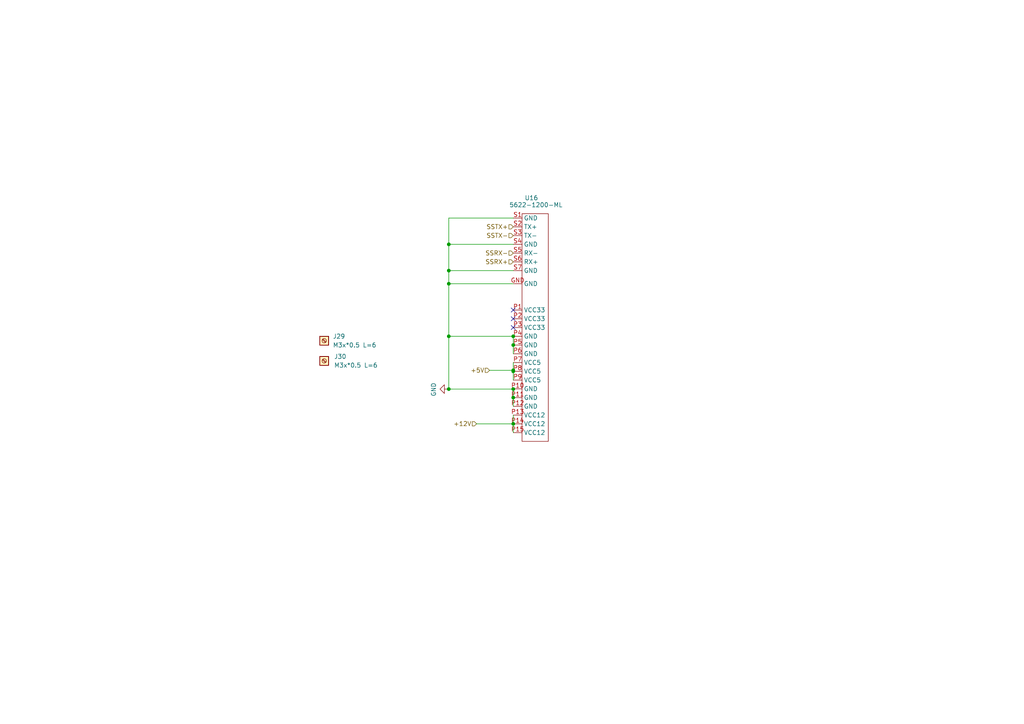
<source format=kicad_sch>
(kicad_sch (version 20231120) (generator "eeschema") (generator_version "8.0")
  (paper "A4")
  (lib_symbols
    (symbol "Connector:Screw_Terminal_01x01" (pin_names (offset 1.016) hide)
      (property "Reference" "J29" (at 2.4847 1.2701 0))
      (property "Value" "M3x*0.5 L=6" (at 2.4847 -1.2699 0))
      (symbol "Screw_Terminal_01x01_1_1"
        (rectangle (start -1.27 1.27) (end 1.27 -1.27) (stroke (width 0.254)) (fill (type background)))
        (polyline (pts (xy -0.5334 0.3302) (xy 0.3302 -0.508)) (stroke (width 0.1524)))
        (polyline (pts (xy -0.3556 0.508) (xy 0.508 -0.3302)) (stroke (width 0.1524)))
        (circle (center 0 0) (radius 0.635) (stroke (width 0.1524)))
      )
    )
    (symbol "SATA:SATA"
      (property "Reference" "U16" (at -1.8016 9.6551 0))
      (property "Value" "5622-1200-ML" (at 1.5004 7.6231 0))
      (symbol "SATA_0_1"
        (rectangle (start -2.54 5.08) (end 5.08 -60.96))
      )
      (symbol "SATA_1_1"
        (pin input line (at -5.08 -15.24 0) (length 2.54) (name "GND") (number "GND"))
        (pin input line (at -5.08 -22.86 0) (length 2.54) (name "VCC33") (number "P1"))
        (pin input line (at -5.08 -45.72 0) (length 2.54) (name "GND") (number "P10"))
        (pin input line (at -5.08 -48.26 0) (length 2.54) (name "GND") (number "P11"))
        (pin input line (at -5.08 -50.8 0) (length 2.54) (name "GND") (number "P12"))
        (pin input line (at -5.08 -53.34 0) (length 2.54) (name "VCC12") (number "P13"))
        (pin input line (at -5.08 -55.88 0) (length 2.54) (name "VCC12") (number "P14"))
        (pin input line (at -5.08 -58.42 0) (length 2.54) (name "VCC12") (number "P15"))
        (pin input line (at -5.08 -25.4 0) (length 2.54) (name "VCC33") (number "P2"))
        (pin input line (at -5.08 -27.94 0) (length 2.54) (name "VCC33") (number "P3"))
        (pin input line (at -5.08 -30.48 0) (length 2.54) (name "GND") (number "P4"))
        (pin input line (at -5.08 -33.02 0) (length 2.54) (name "GND") (number "P5"))
        (pin input line (at -5.08 -35.56 0) (length 2.54) (name "GND") (number "P6"))
        (pin input line (at -5.08 -38.1 0) (length 2.54) (name "VCC5") (number "P7"))
        (pin input line (at -5.08 -40.64 0) (length 2.54) (name "VCC5") (number "P8"))
        (pin input line (at -5.08 -43.18 0) (length 2.54) (name "VCC5") (number "P9"))
        (pin input line (at -5.08 3.81 0) (length 2.54) (name "GND") (number "S1"))
        (pin input line (at -5.08 1.27 0) (length 2.54) (name "TX+") (number "S2"))
        (pin input line (at -5.08 -1.27 0) (length 2.54) (name "TX-") (number "S3"))
        (pin input line (at -5.08 -3.81 0) (length 2.54) (name "GND") (number "S4"))
        (pin input line (at -5.08 -6.35 0) (length 2.54) (name "RX-") (number "S5"))
        (pin input line (at -5.08 -8.89 0) (length 2.54) (name "RX+") (number "S6"))
        (pin input line (at -5.08 -11.43 0) (length 2.54) (name "GND") (number "S7"))
      )
    )
    (symbol "Screw_Terminal_01x01_1" (pin_names (offset 1.016) hide)
      (property "Reference" "J30" (at 2.8515 1.2701 0))
      (property "Value" "M3x*0.5 L=6" (at 2.8515 -1.2699 0))
      (symbol "Screw_Terminal_01x01_1_1_1"
        (rectangle (start -1.27 1.27) (end 1.27 -1.27) (stroke (width 0.254)) (fill (type background)))
        (polyline (pts (xy -0.5334 0.3302) (xy 0.3302 -0.508)) (stroke (width 0.1524)))
        (polyline (pts (xy -0.3556 0.508) (xy 0.508 -0.3302)) (stroke (width 0.1524)))
        (circle (center 0 0) (radius 0.635) (stroke (width 0.1524)))
      )
    )
    (symbol "power:GND" (power) (pin_names (offset 0))
      (property "Value" "GND" (at 0 -3.81 0))
      (symbol "GND_0_1"
        (polyline (pts (xy 0 0) (xy 0 -1.27) (xy 1.27 -1.27) (xy 0 -2.54) (xy -1.27 -1.27) (xy 0 -1.27)))
      )
      (symbol "GND_1_1"
        (pin power_in line (at 0 0 270) (length 0) hide (name "GND") (number "1"))
      )
    )
  )
  (junction (at 148.8676 107.4096))
  (junction (at 130.166 78.4891))
  (junction (at 148.8676 97.5391))
  (junction (at 148.8676 100.0791))
  (junction (at 148.8676 112.8509))
  (junction (at 130.166 70.8691))
  (junction (at 130.166 97.5391))
  (junction (at 130.166 112.8509))
  (junction (at 148.8676 122.9391))
  (junction (at 148.8676 115.3191))
  (junction (at 148.8676 107.6991))
  (junction (at 130.166 82.2991))
  (no_connect (at 148.8676 94.9991))
  (no_connect (at 148.8676 92.4591))
  (no_connect (at 148.8676 89.9191))
  (wire (pts (xy 130.166 112.8509) (xy 148.8676 112.8509)))
  (wire (pts (xy 148.8676 115.3191) (xy 148.8676 117.8591)))
  (wire (pts (xy 148.8676 102.6191) (xy 148.8676 100.0791)))
  (wire (pts (xy 130.166 82.2991) (xy 130.166 97.5391)))
  (wire (pts (xy 148.8676 105.1591) (xy 148.8676 107.4096)))
  (wire (pts (xy 148.8676 112.7791) (xy 148.8676 112.8509)))
  (wire (pts (xy 130.166 97.5391) (xy 130.166 112.8509)))
  (wire (pts (xy 148.8676 107.4096) (xy 148.8676 107.6991)))
  (wire (pts (xy 130.166 78.4891) (xy 130.166 70.8691)))
  (wire (pts (xy 148.8676 120.3991) (xy 148.8676 122.9391)))
  (wire (pts (xy 138.2261 122.9391) (xy 148.8676 122.9391)))
  (wire (pts (xy 130.166 63.2491) (xy 130.166 70.8691)))
  (wire (pts (xy 148.8676 107.4096) (xy 141.9867 107.4096)))
  (wire (pts (xy 148.8676 97.5391) (xy 130.166 97.5391)))
  (wire (pts (xy 148.8676 78.4891) (xy 130.166 78.4891)))
  (wire (pts (xy 148.8676 122.9391) (xy 148.8676 125.4791)))
  (wire (pts (xy 148.8676 112.8509) (xy 148.8676 115.3191)))
  (wire (pts (xy 148.8676 110.2391) (xy 148.8676 107.6991)))
  (wire (pts (xy 130.166 78.4891) (xy 130.166 82.2991)))
  (wire (pts (xy 138.2261 122.9153) (xy 138.2261 122.9391)))
  (wire (pts (xy 148.8676 63.2491) (xy 130.166 63.2491)))
  (wire (pts (xy 130.166 70.8691) (xy 148.8676 70.8691)))
  (wire (pts (xy 148.8676 100.0791) (xy 148.8676 97.5391)))
  (wire (pts (xy 148.8676 82.2991) (xy 130.166 82.2991)))
  (hierarchical_label "SSTX-" (shape input) (at 148.8676 68.3291 180))
  (hierarchical_label "+5V" (shape input) (at 141.9867 107.4096 180))
  (hierarchical_label "SSRX-" (shape input) (at 148.8676 73.4091 180))
  (hierarchical_label "+12V" (shape input) (at 138.2261 122.9153 180))
  (hierarchical_label "SSTX+" (shape input) (at 148.8676 65.7891 180))
  (hierarchical_label "SSRX+" (shape input) (at 148.8676 75.9491 180))
  (symbol (lib_name "Screw_Terminal_01x01_1") (lib_id "Connector:Screw_Terminal_01x01") (at 94.0353 104.681 0) (unit 1)
    (property "Reference" "J30" (at 96.8868 103.4109 0) (effects (justify left)))
    (property "Value" "M3x*0.5 L=6" (at 96.8868 105.9509 0) (effects (justify left)))
    (property "Footprint" "HDMI 2.0 TX:Screw Terminal Shinbo" (effects (hide yes)))
    (property "Description" "Board mounting elevator    M3 hole size, 4 pins PCB-64-M3" (effects (hide yes)))
  )
  (symbol (lib_id "SATA:SATA") (at 153.9476 67.0591 0) (unit 1)
    (property "Reference" "U16" (at 152.146 57.404 0) (effects (justify left)))
    (property "Value" "5622-1200-ML" (at 155.448 59.436 0))
    (property "Footprint" "SATA_Connector:SATA_Connector_5622-1200-ML" (effects (hide yes)))
    (property "MPN" "5622-1200-ML" (effects (hide yes)))
  )
  (symbol (lib_id "power:GND") (at 130.166 112.8509 270) (unit 1)
    (property "Reference" "#PWR069" (effects (hide yes)))
    (property "Value" "GND" (at 125.7718 112.9779 0))
  )
  (symbol (lib_id "Connector:Screw_Terminal_01x01") (at 94.0353 98.8308 0) (unit 1)
    (property "Reference" "J29" (at 96.52 97.5607 0) (effects (justify left)))
    (property "Value" "M3x*0.5 L=6" (at 96.52 100.1007 0) (effects (justify left)))
    (property "Footprint" "HDMI 2.0 TX:Screw Terminal Shinbo" (effects (hide yes)))
    (property "Description" "Board mounting elevator    M3 hole size, 4 pins PCB-64-M3" (effects (hide yes)))
  )
)
</source>
